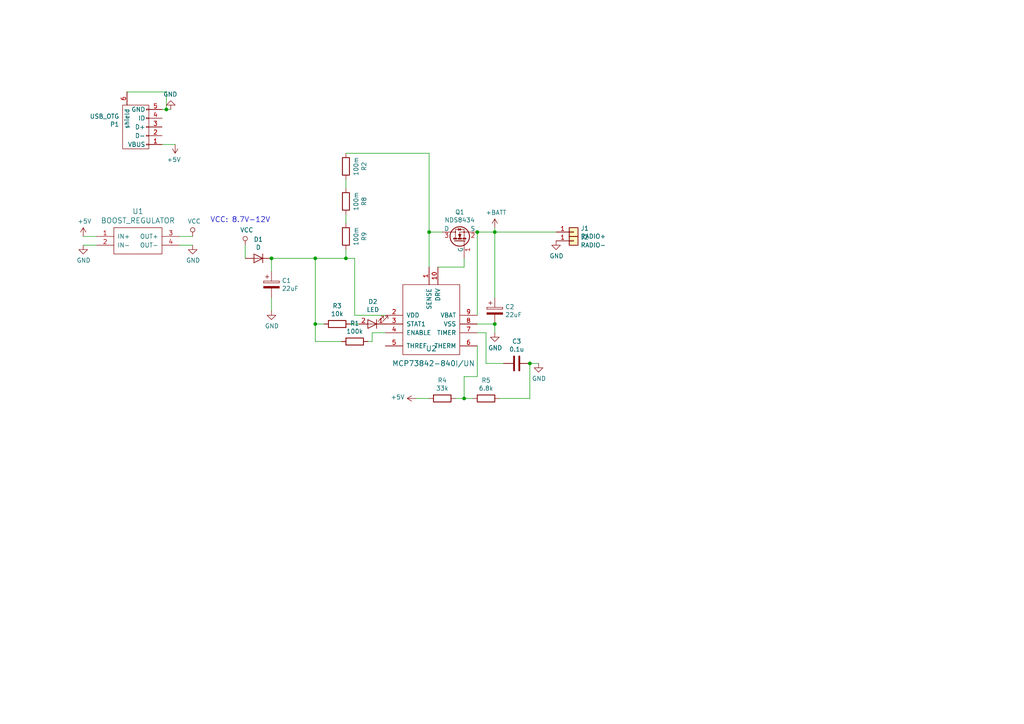
<source format=kicad_sch>
(kicad_sch (version 20230121) (generator eeschema)
  (paper "A4")
  (lib_symbols
    (symbol "buuc-rescue:+5V" (power) (pin_names (offset 0))
      (property "Value" "+5V" (at 0 3.556 0))
      (symbol "+5V_0_1"
        (polyline (pts (xy -0.762 1.27) (xy 0 2.54)))
        (polyline (pts (xy 0 0) (xy 0 2.54)))
        (polyline (pts (xy 0 2.54) (xy 0.762 1.27)))
      )
      (symbol "+5V_1_1"
        (pin power_in line (at 0 0 90) (length 0) hide (name "+5V") (number "1"))
      )
    )
    (symbol "buuc-rescue:+BATT" (power) (pin_names (offset 0))
      (property "Value" "+BATT" (at 0 3.556 0))
      (symbol "+BATT_0_1"
        (polyline (pts (xy -0.762 1.27) (xy 0 2.54)))
        (polyline (pts (xy 0 0) (xy 0 2.54)))
        (polyline (pts (xy 0 2.54) (xy 0.762 1.27)))
      )
      (symbol "+BATT_1_1"
        (pin power_in line (at 0 0 90) (length 0) hide (name "+BATT") (number "1"))
      )
    )
    (symbol "buuc-rescue:BOOST_REGULATOR" (pin_names (offset 1.016))
      (property "Reference" "U" (at -1.27 -5.08 0))
      (property "Value" "BOOST_REGULATOR" (at 0 5.08 0))
      (symbol "BOOST_REGULATOR_0_1"
        (rectangle (start -7.62 3.81) (end 6.35 -3.81))
      )
      (symbol "BOOST_REGULATOR_1_1"
        (pin power_in line (at -12.7 1.27 0) (length 5.08) (name "IN+") (number "1"))
        (pin power_in line (at -12.7 -1.27 0) (length 5.08) (name "IN-") (number "2"))
        (pin power_out line (at 11.43 1.27 180) (length 5.08) (name "OUT+") (number "3"))
        (pin power_out line (at 11.43 -1.27 180) (length 5.08) (name "OUT-") (number "4"))
      )
    )
    (symbol "buuc-rescue:C" (pin_numbers hide) (pin_names (offset 0.254))
      (property "Reference" "C" (at 0.635 2.54 0))
      (property "Value" "C" (at 0.635 -2.54 0))
      (symbol "C_0_1"
        (polyline (pts (xy -2.032 -0.762) (xy 2.032 -0.762)) (stroke (width 0.508)))
        (polyline (pts (xy -2.032 0.762) (xy 2.032 0.762)) (stroke (width 0.508)))
      )
      (symbol "C_1_1"
        (pin passive line (at 0 3.81 270) (length 2.794) (name "~") (number "1"))
        (pin passive line (at 0 -3.81 90) (length 2.794) (name "~") (number "2"))
      )
    )
    (symbol "buuc-rescue:CP" (pin_numbers hide) (pin_names (offset 0.254))
      (property "Reference" "C" (at 0.635 2.54 0))
      (property "Value" "CP" (at 0.635 -2.54 0))
      (symbol "CP_0_1"
        (rectangle (start -2.286 0.508) (end -2.286 1.016))
        (rectangle (start -2.286 0.508) (end 2.286 0.508))
        (polyline (pts (xy -1.778 2.286) (xy -0.762 2.286)))
        (polyline (pts (xy -1.27 2.794) (xy -1.27 1.778)))
        (rectangle (start 2.286 -0.508) (end -2.286 -1.016) (fill (type outline)))
        (rectangle (start 2.286 1.016) (end -2.286 1.016))
        (rectangle (start 2.286 1.016) (end 2.286 0.508))
      )
      (symbol "CP_1_1"
        (pin passive line (at 0 3.81 270) (length 2.794) (name "~") (number "1"))
        (pin passive line (at 0 -3.81 90) (length 2.794) (name "~") (number "2"))
      )
    )
    (symbol "buuc-rescue:Conn_01x01" (pin_names (offset 1.016) hide)
      (property "Reference" "J" (at 0 2.54 0))
      (property "Value" "Conn_01x01" (at 0 -2.54 0))
      (symbol "Conn_01x01_1_1"
        (rectangle (start -1.27 0.127) (end 0 -0.127) (stroke (width 0.1524)))
        (rectangle (start -1.27 1.27) (end 1.27 -1.27) (stroke (width 0.254)) (fill (type background)))
        (pin passive line (at -5.08 0 0) (length 3.81) (name "Pin_1") (number "1"))
      )
    )
    (symbol "buuc-rescue:D" (pin_numbers hide) (pin_names (offset 1.016) hide)
      (property "Reference" "D" (at 0 2.54 0))
      (property "Value" "D" (at 0 -2.54 0))
      (symbol "D_0_1"
        (polyline (pts (xy -1.27 1.27) (xy -1.27 -1.27)) (stroke (width 0.2032)))
        (polyline (pts (xy 1.27 0) (xy -1.27 0)))
        (polyline (pts (xy 1.27 1.27) (xy 1.27 -1.27) (xy -1.27 0) (xy 1.27 1.27)) (stroke (width 0.2032)))
      )
      (symbol "D_1_1"
        (pin passive line (at -3.81 0 0) (length 2.54) (name "K") (number "1"))
        (pin passive line (at 3.81 0 180) (length 2.54) (name "A") (number "2"))
      )
    )
    (symbol "buuc-rescue:GND" (power) (pin_names (offset 0))
      (property "Value" "GND" (at 0 -3.81 0))
      (symbol "GND_0_1"
        (polyline (pts (xy 0 0) (xy 0 -1.27) (xy 1.27 -1.27) (xy 0 -2.54) (xy -1.27 -1.27) (xy 0 -1.27)))
      )
      (symbol "GND_1_1"
        (pin power_in line (at 0 0 270) (length 0) hide (name "GND") (number "1"))
      )
    )
    (symbol "buuc-rescue:LED" (pin_names (offset 1.016) hide)
      (property "Reference" "D" (at 0 2.54 0))
      (property "Value" "LED" (at 0 -2.54 0))
      (symbol "LED_0_1"
        (polyline (pts (xy -1.27 -1.27) (xy -1.27 1.27)) (stroke (width 0.2032)))
        (polyline (pts (xy -1.27 0) (xy 1.27 0)))
        (polyline (pts (xy 1.27 -1.27) (xy 1.27 1.27) (xy -1.27 0) (xy 1.27 -1.27)) (stroke (width 0.2032)))
        (polyline (pts (xy -3.048 -0.762) (xy -4.572 -2.286) (xy -3.81 -2.286) (xy -4.572 -2.286) (xy -4.572 -1.524)))
        (polyline (pts (xy -1.778 -0.762) (xy -3.302 -2.286) (xy -2.54 -2.286) (xy -3.302 -2.286) (xy -3.302 -1.524)))
      )
      (symbol "LED_1_1"
        (pin passive line (at -3.81 0 0) (length 2.54) (name "K") (number "1"))
        (pin passive line (at 3.81 0 180) (length 2.54) (name "A") (number "2"))
      )
    )
    (symbol "buuc-rescue:MCP73842-840I/UN" (pin_names (offset 1.016))
      (property "Reference" "U" (at 5.08 6.35 0))
      (property "Value" "MCP73842-840I/UN" (at 0 -17.78 0))
      (symbol "MCP73842-840I/UN_0_1"
        (rectangle (start -8.89 5.08) (end 7.62 -15.24))
      )
      (symbol "MCP73842-840I/UN_1_1"
        (pin input line (at -1.27 10.16 270) (length 5.08) (name "SENSE") (number "1"))
        (pin output line (at 1.27 10.16 270) (length 5.08) (name "DRV") (number "10"))
        (pin power_in line (at -13.97 -3.81 0) (length 5.08) (name "VDD") (number "2"))
        (pin open_collector line (at -13.97 -6.35 0) (length 5.08) (name "STAT1") (number "3"))
        (pin input line (at -13.97 -8.89 0) (length 5.08) (name "ENABLE") (number "4"))
        (pin input line (at -13.97 -12.7 0) (length 5.08) (name "THREF") (number "5"))
        (pin input line (at 12.7 -12.7 180) (length 5.08) (name "THERM") (number "6"))
        (pin input line (at 12.7 -8.89 180) (length 5.08) (name "TIMER") (number "7"))
        (pin input line (at 12.7 -6.35 180) (length 5.08) (name "VSS") (number "8"))
        (pin input line (at 12.7 -3.81 180) (length 5.08) (name "VBAT") (number "9"))
      )
    )
    (symbol "buuc-rescue:NDS8434" (pin_names (offset 0))
      (property "Reference" "Q" (at 5.08 1.905 0))
      (property "Value" "NDS8434" (at 5.08 0 0))
      (symbol "NDS8434_0_1"
        (polyline (pts (xy 0.635 -1.016) (xy 0.635 -1.651)) (stroke (width 0.508)))
        (polyline (pts (xy 0.635 0.381) (xy 0.635 -0.381)) (stroke (width 0.508)))
        (polyline (pts (xy 0.635 1.651) (xy 0.635 1.016)) (stroke (width 0.508)))
        (polyline (pts (xy 3.048 0.381) (xy 2.921 0.254)))
        (polyline (pts (xy 3.048 0.381) (xy 3.556 0.381)))
        (polyline (pts (xy 3.556 0.381) (xy 3.683 0.508)))
        (polyline (pts (xy 0 1.524) (xy 0 -1.524) (xy 0 -1.524)) (stroke (width 0.254)))
        (polyline (pts (xy 0.762 -1.27) (xy 2.54 -1.27) (xy 2.54 -2.54) (xy 2.54 -2.54)))
        (polyline (pts (xy 0.762 1.27) (xy 2.54 1.27) (xy 2.54 2.54) (xy 2.54 2.54)))
        (polyline (pts (xy 2.54 1.27) (xy 3.302 1.27) (xy 3.302 -1.27) (xy 2.54 -1.27)))
        (polyline (pts (xy 3.302 0.381) (xy 3.048 -0.254) (xy 3.556 -0.254) (xy 3.302 0.381)) (fill (type outline)))
        (polyline (pts (xy 0.762 0) (xy 1.27 0) (xy 2.54 0) (xy 2.54 -1.27) (xy 2.54 -1.27)))
        (polyline (pts (xy 0.889 0) (xy 1.905 0.381) (xy 1.905 -0.381) (xy 0.889 0) (xy 1.016 0) (xy 1.016 0)) (fill (type outline)))
        (circle (center 1.27 0) (radius 2.8194) (stroke (width 0.254)))
        (circle (center 2.54 -1.27) (radius 0.127))
        (circle (center 2.54 1.27) (radius 0.127))
      )
      (symbol "NDS8434_1_1"
        (pin passive line (at -5.08 -1.27 0) (length 5.08) (name "G") (number "1"))
        (pin passive line (at 2.54 -5.08 90) (length 2.54) (name "S") (number "2"))
        (pin passive line (at 2.54 5.08 270) (length 2.54) (name "D") (number "3"))
      )
    )
    (symbol "buuc-rescue:R" (pin_numbers hide) (pin_names (offset 0))
      (property "Reference" "R" (at 2.032 0 90))
      (property "Value" "R" (at 0 0 90))
      (symbol "R_0_1"
        (rectangle (start -1.016 -2.54) (end 1.016 2.54) (stroke (width 0.254)))
      )
      (symbol "R_1_1"
        (pin passive line (at 0 3.81 270) (length 1.27) (name "~") (number "1"))
        (pin passive line (at 0 -3.81 90) (length 1.27) (name "~") (number "2"))
      )
    )
    (symbol "buuc-rescue:USB_OTG-RESCUE-buuc" (pin_names (offset 1.016))
      (property "Reference" "P" (at 8.255 -3.175 0))
      (property "Value" "USB_OTG-RESCUE-buuc" (at 0 5.08 0))
      (symbol "USB_OTG-RESCUE-buuc_0_1"
        (rectangle (start -6.35 -3.81) (end 6.35 3.81))
        (rectangle (start -5.207 -3.81) (end -4.953 -3.048))
        (rectangle (start -2.667 -3.81) (end -2.413 -3.048))
        (rectangle (start -0.127 -3.81) (end 0.127 -3.048))
        (rectangle (start 2.413 -3.81) (end 2.667 -3.048))
        (rectangle (start 4.953 -3.81) (end 5.207 -3.048))
      )
      (symbol "USB_OTG-RESCUE-buuc_1_1"
        (pin power_out line (at -5.08 -7.62 90) (length 3.81) (name "VBUS") (number "1"))
        (pin passive line (at -2.54 -7.62 90) (length 3.81) (name "D-") (number "2"))
        (pin passive line (at 0 -7.62 90) (length 3.81) (name "D+") (number "3"))
        (pin power_in line (at 2.54 -7.62 90) (length 3.81) (name "ID") (number "4"))
        (pin power_in line (at 5.08 -7.62 90) (length 3.81) (name "GND") (number "5"))
        (pin passive line (at 10.16 2.54 180) (length 3.81) (name "shield") (number "6"))
      )
    )
    (symbol "buuc-rescue:VCC" (power) (pin_names (offset 0))
      (property "Value" "VCC" (at 0 3.81 0))
      (symbol "VCC_0_1"
        (polyline (pts (xy 0 0) (xy 0 1.27)))
        (circle (center 0 1.905) (radius 0.635))
      )
      (symbol "VCC_1_1"
        (pin power_in line (at 0 0 90) (length 0) hide (name "VCC") (number "1"))
      )
    )
  )
  (junction (at 124.46 67.31))
  (junction (at 134.62 115.57))
  (junction (at 138.43 67.31))
  (junction (at 143.51 67.31))
  (junction (at 153.67 105.41))
  (junction (at 143.51 93.98))
  (junction (at 100.33 74.93))
  (junction (at 91.44 74.93))
  (junction (at 78.74 74.93))
  (junction (at 91.44 93.98))
  (junction (at 48.26 31.75))
  (wire (pts (xy 143.51 93.98) (xy 138.43 93.98)))
  (wire (pts (xy 101.6 93.98) (xy 104.14 93.98)))
  (wire (pts (xy 52.07 71.12) (xy 55.88 71.12)))
  (wire (pts (xy 46.99 41.91) (xy 50.8 41.91)))
  (wire (pts (xy 127 77.47) (xy 134.62 77.47)))
  (wire (pts (xy 153.67 105.41) (xy 156.21 105.41)))
  (wire (pts (xy 91.44 74.93) (xy 91.44 93.98)))
  (wire (pts (xy 124.46 44.45) (xy 124.46 67.31)))
  (wire (pts (xy 106.68 99.06) (xy 107.95 99.06)))
  (wire (pts (xy 138.43 67.31) (xy 143.51 67.31)))
  (wire (pts (xy 132.08 115.57) (xy 134.62 115.57)))
  (wire (pts (xy 48.26 26.67) (xy 36.83 26.67)))
  (wire (pts (xy 143.51 93.98) (xy 143.51 96.52)))
  (wire (pts (xy 111.76 91.44) (xy 102.87 91.44)))
  (wire (pts (xy 100.33 64.77) (xy 100.33 62.23)))
  (wire (pts (xy 24.13 68.58) (xy 27.94 68.58)))
  (wire (pts (xy 93.98 93.98) (xy 91.44 93.98)))
  (wire (pts (xy 140.97 105.41) (xy 146.05 105.41)))
  (wire (pts (xy 107.95 96.52) (xy 111.76 96.52)))
  (wire (pts (xy 138.43 91.44) (xy 138.43 67.31)))
  (wire (pts (xy 138.43 100.33) (xy 138.43 109.22)))
  (wire (pts (xy 52.07 68.58) (xy 55.88 68.58)))
  (wire (pts (xy 138.43 109.22) (xy 134.62 109.22)))
  (wire (pts (xy 78.74 74.93) (xy 78.74 78.74)))
  (wire (pts (xy 120.65 115.57) (xy 124.46 115.57)))
  (wire (pts (xy 100.33 44.45) (xy 124.46 44.45)))
  (wire (pts (xy 140.97 96.52) (xy 140.97 105.41)))
  (wire (pts (xy 24.13 71.12) (xy 27.94 71.12)))
  (wire (pts (xy 138.43 96.52) (xy 140.97 96.52)))
  (wire (pts (xy 48.26 31.75) (xy 48.26 26.67)))
  (wire (pts (xy 91.44 99.06) (xy 99.06 99.06)))
  (wire (pts (xy 100.33 74.93) (xy 91.44 74.93)))
  (wire (pts (xy 71.12 71.12) (xy 71.12 74.93)))
  (wire (pts (xy 143.51 66.04) (xy 143.51 67.31)))
  (wire (pts (xy 102.87 74.93) (xy 100.33 74.93)))
  (wire (pts (xy 124.46 67.31) (xy 124.46 77.47)))
  (wire (pts (xy 153.67 115.57) (xy 153.67 105.41)))
  (wire (pts (xy 49.53 31.75) (xy 48.26 31.75)))
  (wire (pts (xy 91.44 93.98) (xy 91.44 99.06)))
  (wire (pts (xy 102.87 91.44) (xy 102.87 74.93)))
  (wire (pts (xy 107.95 99.06) (xy 107.95 96.52)))
  (wire (pts (xy 143.51 67.31) (xy 161.29 67.31)))
  (wire (pts (xy 78.74 86.36) (xy 78.74 90.17)))
  (wire (pts (xy 134.62 109.22) (xy 134.62 115.57)))
  (wire (pts (xy 100.33 74.93) (xy 100.33 72.39)))
  (wire (pts (xy 100.33 54.61) (xy 100.33 52.07)))
  (wire (pts (xy 143.51 67.31) (xy 143.51 86.36)))
  (wire (pts (xy 134.62 77.47) (xy 134.62 74.93)))
  (wire (pts (xy 144.78 115.57) (xy 153.67 115.57)))
  (wire (pts (xy 134.62 115.57) (xy 137.16 115.57)))
  (wire (pts (xy 48.26 31.75) (xy 46.99 31.75)))
  (wire (pts (xy 91.44 74.93) (xy 78.74 74.93)))
  (wire (pts (xy 124.46 67.31) (xy 128.27 67.31)))
  (text "VCC: 8.7V-12V" (at 60.96 64.77 0) (effects (font (size 1.524 1.524)) (justify left bottom)))
  (symbol (lib_id "buuc-rescue:USB_OTG-RESCUE-buuc") (at 39.37 36.83 90) (unit 1)
    (property "Reference" "P1" (at 34.5948 36.068 90) (effects (justify left)))
    (property "Value" "USB_OTG" (at 34.5948 33.7566 90) (effects (justify left)))
    (property "Footprint" "coddingtonbear/coddingtonbear.pretty:UJ2-MIBH-4-SMT" (effects hide))
  )
  (symbol (lib_id "buuc-rescue:MCP73842-840I/UN") (at 125.73 87.63 0) (unit 1)
    (property "Reference" "U2" (at 125.095 101.092 0) (effects (font (size 1.524 1.524))))
    (property "Value" "MCP73842-840I/UN" (at 125.73 105.41 0) (effects (font (size 1.524 1.524))))
    (property "Footprint" "adamgreig/agg-kicad/agg.pretty:MSOP-10" (effects hide))
  )
  (symbol (lib_id "buuc-rescue:BOOST_REGULATOR") (at 40.64 69.85 0) (unit 1)
    (property "Reference" "U1" (at 40.005 61.2902 0) (effects (font (size 1.524 1.524))))
    (property "Value" "BOOST_REGULATOR" (at 40.005 63.9826 0) (effects (font (size 1.524 1.524))))
    (property "Footprint" "coddingtonbear/coddingtonbear.pretty:BOOST_REGULATOR" (effects hide))
  )
  (symbol (lib_id "buuc-rescue:+5V") (at 24.13 68.58 0) (unit 1)
    (property "Reference" "#PWR01" (effects hide))
    (property "Value" "+5V" (at 24.511 64.1858 0))
  )
  (symbol (lib_id "buuc-rescue:GND") (at 24.13 71.12 0) (unit 1)
    (property "Reference" "#PWR02" (effects hide))
    (property "Value" "GND" (at 24.257 75.5142 0))
  )
  (symbol (lib_id "buuc-rescue:GND") (at 55.88 71.12 0) (unit 1)
    (property "Reference" "#PWR03" (effects hide))
    (property "Value" "GND" (at 56.007 75.5142 0))
  )
  (symbol (lib_id "buuc-rescue:GND") (at 49.53 31.75 180) (unit 1)
    (property "Reference" "#PWR04" (effects hide))
    (property "Value" "GND" (at 49.403 27.3558 0))
  )
  (symbol (lib_id "buuc-rescue:VCC") (at 55.88 68.58 0) (unit 1)
    (property "Reference" "#PWR05" (effects hide))
    (property "Value" "VCC" (at 56.3118 64.1858 0))
  )
  (symbol (lib_id "buuc-rescue:VCC") (at 71.12 71.12 0) (unit 1)
    (property "Reference" "#PWR06" (effects hide))
    (property "Value" "VCC" (at 71.5518 66.7258 0))
  )
  (symbol (lib_id "buuc-rescue:CP") (at 78.74 82.55 0) (unit 1)
    (property "Reference" "C1" (at 81.7372 81.3816 0) (effects (justify left)))
    (property "Value" "22uF" (at 81.7372 83.693 0) (effects (justify left)))
    (property "Footprint" "KiCad/Capacitors_SMD.pretty:C_1206_HandSoldering" (effects hide))
  )
  (symbol (lib_id "buuc-rescue:D") (at 74.93 74.93 180) (unit 1)
    (property "Reference" "D1" (at 74.93 69.4436 0))
    (property "Value" "D" (at 74.93 71.755 0))
    (property "Footprint" "adamgreig/agg-kicad/agg.pretty:DO-214AA-SMB" (effects hide))
  )
  (symbol (lib_id "buuc-rescue:GND") (at 78.74 90.17 0) (unit 1)
    (property "Reference" "#PWR07" (effects hide))
    (property "Value" "GND" (at 78.867 94.5642 0))
  )
  (symbol (lib_id "buuc-rescue:R") (at 100.33 48.26 180) (unit 1)
    (property "Reference" "R2" (at 105.5878 48.26 90))
    (property "Value" "100m" (at 103.2764 48.26 90))
    (property "Footprint" "coddingtonbear/coddingtonbear.pretty:0805_Milling" (effects hide))
  )
  (symbol (lib_id "buuc-rescue:LED") (at 107.95 93.98 180) (unit 1)
    (property "Reference" "D2" (at 108.1532 87.503 0))
    (property "Value" "LED" (at 108.1532 89.8144 0))
    (property "Footprint" "coddingtonbear/coddingtonbear.pretty:0805_Milling" (effects hide))
  )
  (symbol (lib_id "buuc-rescue:R") (at 102.87 99.06 270) (unit 1)
    (property "Reference" "R1" (at 102.87 93.8022 90))
    (property "Value" "100k" (at 102.87 96.1136 90))
    (property "Footprint" "coddingtonbear/coddingtonbear.pretty:0805_Milling" (effects hide))
  )
  (symbol (lib_id "buuc-rescue:NDS8434") (at 133.35 69.85 90) (unit 1)
    (property "Reference" "Q1" (at 133.35 61.5188 90))
    (property "Value" "NDS8434" (at 133.35 63.8302 90))
    (property "Footprint" "coddingtonbear/coddingtonbear.pretty:NDS8434" (effects hide))
  )
  (symbol (lib_id "buuc-rescue:CP") (at 143.51 90.17 0) (unit 1)
    (property "Reference" "C2" (at 146.5072 89.0016 0) (effects (justify left)))
    (property "Value" "22uF" (at 146.5072 91.313 0) (effects (justify left)))
    (property "Footprint" "KiCad/Capacitors_SMD.pretty:C_1206_HandSoldering" (effects hide))
  )
  (symbol (lib_id "buuc-rescue:GND") (at 143.51 96.52 0) (unit 1)
    (property "Reference" "#PWR08" (effects hide))
    (property "Value" "GND" (at 143.637 100.9142 0))
  )
  (symbol (lib_id "buuc-rescue:+BATT") (at 143.51 66.04 0) (unit 1)
    (property "Reference" "#PWR09" (effects hide))
    (property "Value" "+BATT" (at 143.891 61.6458 0))
  )
  (symbol (lib_id "buuc-rescue:GND") (at 161.29 69.85 0) (unit 1)
    (property "Reference" "#PWR010" (effects hide))
    (property "Value" "GND" (at 161.417 74.2442 0))
  )
  (symbol (lib_id "buuc-rescue:R") (at 97.79 93.98 270) (unit 1)
    (property "Reference" "R3" (at 97.79 88.7222 90))
    (property "Value" "10k" (at 97.79 91.0336 90))
    (property "Footprint" "coddingtonbear/coddingtonbear.pretty:0805_Milling" (effects hide))
  )
  (symbol (lib_id "buuc-rescue:C") (at 149.86 105.41 270) (unit 1)
    (property "Reference" "C3" (at 149.86 99.0092 90))
    (property "Value" "0.1u" (at 149.86 101.3206 90))
    (property "Footprint" "coddingtonbear/coddingtonbear.pretty:0805_Milling" (effects hide))
  )
  (symbol (lib_id "buuc-rescue:GND") (at 156.21 105.41 0) (unit 1)
    (property "Reference" "#PWR011" (effects hide))
    (property "Value" "GND" (at 156.337 109.8042 0))
  )
  (symbol (lib_id "buuc-rescue:R") (at 128.27 115.57 270) (unit 1)
    (property "Reference" "R4" (at 128.27 110.3122 90))
    (property "Value" "33k" (at 128.27 112.6236 90))
    (property "Footprint" "coddingtonbear/coddingtonbear.pretty:0805_Milling" (effects hide))
  )
  (symbol (lib_id "buuc-rescue:R") (at 140.97 115.57 270) (unit 1)
    (property "Reference" "R5" (at 140.97 110.3122 90))
    (property "Value" "6.8k" (at 140.97 112.6236 90))
    (property "Footprint" "coddingtonbear/coddingtonbear.pretty:0805_Milling" (effects hide))
  )
  (symbol (lib_id "buuc-rescue:+5V") (at 120.65 115.57 90) (unit 1)
    (property "Reference" "#PWR012" (effects hide))
    (property "Value" "+5V" (at 117.3988 115.189 90) (effects (justify left)))
  )
  (symbol (lib_id "buuc-rescue:R") (at 100.33 68.58 180) (unit 1)
    (property "Reference" "R9" (at 105.5878 68.58 90))
    (property "Value" "100m" (at 103.2764 68.58 90))
    (property "Footprint" "coddingtonbear/coddingtonbear.pretty:0805_Milling" (effects hide))
  )
  (symbol (lib_id "buuc-rescue:R") (at 100.33 58.42 180) (unit 1)
    (property "Reference" "R8" (at 105.5878 58.42 90))
    (property "Value" "100m" (at 103.2764 58.42 90))
    (property "Footprint" "coddingtonbear/coddingtonbear.pretty:0805_Milling" (effects hide))
  )
  (symbol (lib_id "buuc-rescue:+5V") (at 50.8 41.91 180) (unit 1)
    (property "Reference" "#PWR013" (effects hide))
    (property "Value" "+5V" (at 50.419 46.3042 0))
  )
  (symbol (lib_id "buuc-rescue:Conn_01x01") (at 166.37 67.31 0) (unit 1)
    (property "Reference" "J1" (at 168.402 66.2432 0) (effects (justify left)))
    (property "Value" "RADIO+" (at 168.402 68.5546 0) (effects (justify left)))
    (property "Footprint" "coddingtonbear/coddingtonbear.pretty:TAB" (effects hide))
  )
  (symbol (lib_id "buuc-rescue:Conn_01x01") (at 166.37 69.85 0) (unit 1)
    (property "Reference" "J2" (at 168.402 68.7832 0) (effects (justify left)))
    (property "Value" "RADIO-" (at 168.402 71.0946 0) (effects (justify left)))
    (property "Footprint" "coddingtonbear/coddingtonbear.pretty:TAB" (effects hide))
  )
)
</source>
